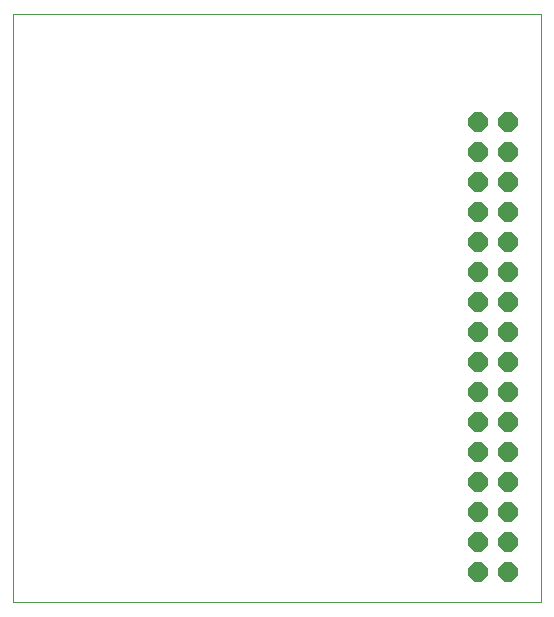
<source format=gbs>
G75*
G70*
%OFA0B0*%
%FSLAX24Y24*%
%IPPOS*%
%LPD*%
%AMOC8*
5,1,8,0,0,1.08239X$1,22.5*
%
%ADD10C,0.0000*%
%ADD11OC8,0.0640*%
D10*
X000180Y000600D02*
X000180Y020200D01*
X017780Y020200D01*
X017780Y000600D01*
X000180Y000600D01*
D11*
X015680Y001600D03*
X015680Y002600D03*
X015680Y003600D03*
X015680Y004600D03*
X015680Y005600D03*
X015680Y006600D03*
X015680Y007600D03*
X015680Y008600D03*
X015680Y009600D03*
X015680Y010600D03*
X015680Y011600D03*
X015680Y012600D03*
X015680Y013600D03*
X015680Y014600D03*
X015680Y015600D03*
X015680Y016600D03*
X016680Y016600D03*
X016680Y015600D03*
X016680Y014600D03*
X016680Y013600D03*
X016680Y012600D03*
X016680Y011600D03*
X016680Y010600D03*
X016680Y009600D03*
X016680Y008600D03*
X016680Y007600D03*
X016680Y006600D03*
X016680Y005600D03*
X016680Y004600D03*
X016680Y003600D03*
X016680Y002600D03*
X016680Y001600D03*
M02*

</source>
